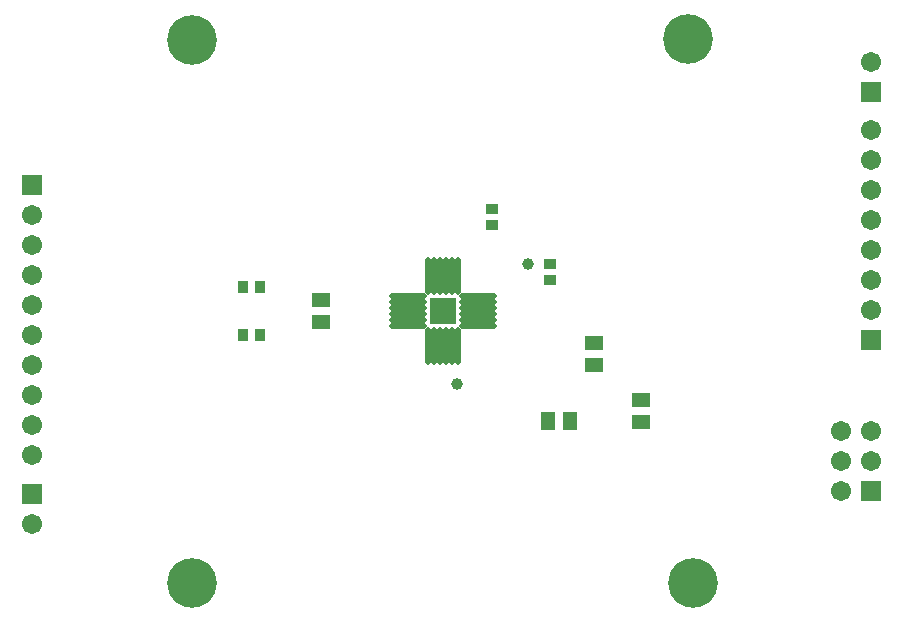
<source format=gts>
G04*
G04 #@! TF.GenerationSoftware,Altium Limited,Altium Designer,18.0.9 (584)*
G04*
G04 Layer_Color=8388736*
%FSLAX44Y44*%
%MOMM*%
G71*
G01*
G75*
%ADD14R,1.6032X1.2532*%
%ADD15R,0.9232X1.0832*%
%ADD16O,3.2032X0.4532*%
%ADD17O,0.4532X3.2032*%
%ADD18R,2.2032X2.2032*%
%ADD19R,1.0832X0.9232*%
%ADD20R,1.2532X1.6032*%
%ADD21R,1.7032X1.7032*%
%ADD22C,1.7032*%
%ADD23C,4.2032*%
%ADD24C,1.0032*%
D14*
X291751Y283801D02*
D03*
Y265301D02*
D03*
X563290Y199540D02*
D03*
Y181040D02*
D03*
X523040Y247820D02*
D03*
Y229320D02*
D03*
D15*
X226347Y254552D02*
D03*
Y294552D02*
D03*
X240147Y254552D02*
D03*
Y294552D02*
D03*
D16*
X365653Y287051D02*
D03*
Y282052D02*
D03*
Y277052D02*
D03*
Y272051D02*
D03*
Y267052D02*
D03*
Y262052D02*
D03*
X424653D02*
D03*
Y267052D02*
D03*
Y272051D02*
D03*
Y277052D02*
D03*
Y282052D02*
D03*
Y287051D02*
D03*
D17*
X382653Y245051D02*
D03*
X387653D02*
D03*
X392653D02*
D03*
X397653D02*
D03*
X402653D02*
D03*
X407653D02*
D03*
Y304051D02*
D03*
X402653D02*
D03*
X397653D02*
D03*
X392653D02*
D03*
X387653D02*
D03*
X382653D02*
D03*
D18*
X395153Y274552D02*
D03*
D19*
X485977Y300678D02*
D03*
Y314478D02*
D03*
X436915Y347495D02*
D03*
Y361295D02*
D03*
D20*
X503010Y181710D02*
D03*
X484510D02*
D03*
D21*
X757747Y459999D02*
D03*
X47003Y120001D02*
D03*
X757700Y249870D02*
D03*
X757690Y122340D02*
D03*
X46970Y381130D02*
D03*
D22*
X757747Y485399D02*
D03*
X47003Y94601D02*
D03*
X757700Y427670D02*
D03*
Y402270D02*
D03*
Y376870D02*
D03*
Y351470D02*
D03*
Y326070D02*
D03*
Y300670D02*
D03*
Y275270D02*
D03*
X732290Y173140D02*
D03*
Y147740D02*
D03*
Y122340D02*
D03*
X757690Y173140D02*
D03*
Y147740D02*
D03*
X46970Y330330D02*
D03*
Y152530D02*
D03*
Y177930D02*
D03*
Y203330D02*
D03*
Y228730D02*
D03*
Y254130D02*
D03*
Y279530D02*
D03*
Y304930D02*
D03*
Y355730D02*
D03*
D23*
X603072Y504552D02*
D03*
X183210Y503790D02*
D03*
X182702Y44050D02*
D03*
X607136D02*
D03*
D24*
X395153Y274552D02*
D03*
X407500Y213000D02*
D03*
X467250Y314500D02*
D03*
M02*

</source>
